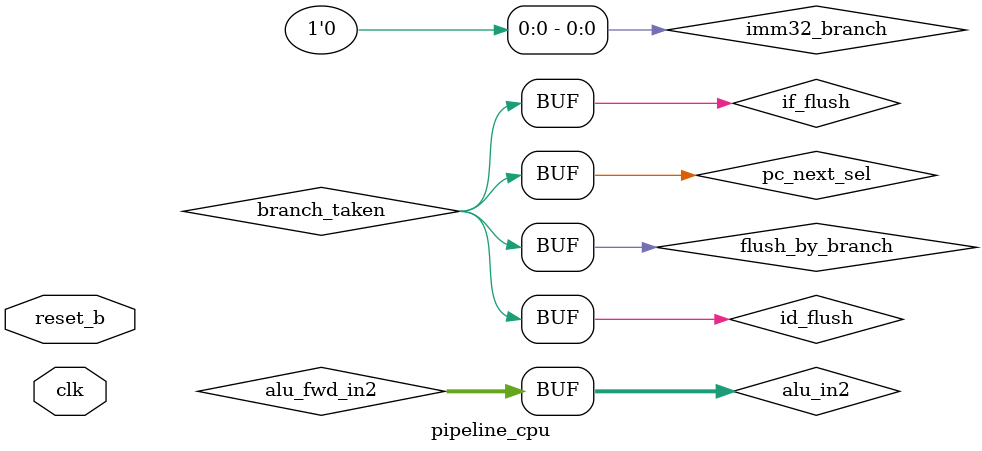
<source format=sv>
/* ********************************************
 *	COSE222 Lab #4
 *
 *	Module: pipelined_cpu.sv
 *  - Top design of the 5-stage pipelined RISC-V processor
 *  - Processor supports ld, sd, add, sub, or, and, beq, bne, blt, bge
 *
 *  Author: Gunjae Koo (gunjaekoo@korea.ac.kr)
 *
 * ********************************************
 */

`timescale 1ns/1ps

// Packed structures for pipeline registers
// COMPLETE THE PIPELINE INTERFACES USING PACKED STRUCTURES
// Pipe reg: IF/ID
typedef struct packed {
    logic   [31:0]  pc;
    logic   [31:0]  inst;
} pipe_if_id;

// Pipe reg: ID/EX
typedef struct packed {
    logic   [31:0]  pc;
    logic   [31:0]  rs1_dout;
    logic   [31:0]  rs2_dout;
    logic   [31:0]  imm32;
    logic   [2:0]   funct3;
    logic   [6:0]   funct7;
    logic   [3:0]   branch;     // branch[0] = beq, branch[1] = bne, branch[2] = blt, branch[3] = bge
    logic           alu_src;
    logic   [1:0]   alu_op;
    logic           mem_read;
    logic           mem_write;
    logic   [4:0]   rs1;
    logic   [4:0]   rs2;
    logic   [4:0]   rd;         // rd for regfile
    logic           reg_write;
    logic           mem_to_reg;
} pipe_id_ex;

// Pipe reg: EX/MEM
typedef struct packed {
    logic   [31:0]  alu_result; // for address
    logic   [31:0]  rs2_dout;   // for store
    logic           mem_read;
    logic           mem_write;
    logic   [4:0]   rd;
    logic           reg_write;
    logic           mem_to_reg;
} pipe_ex_mem;

// Pipe reg: MEM/WB
typedef struct packed {
    logic   [31:0]  alu_result;
    logic   [31:0]  dmem_dout;
    logic   [4:0]   rd;
    logic           reg_write;
    logic           mem_to_reg;
} pipe_mem_wb;

/* verilator lint_off UNUSED */
module pipeline_cpu
#(  parameter IMEM_DEPTH = 1024,    // imem depth (default: 1024 entries = 4 KB)
              IMEM_ADDR_WIDTH = 10,
              REG_WIDTH = 32,
              DMEM_DEPTH = 1024,    // dmem depth (default: 1024 entries = 8 KB)
              DMEM_ADDR_WIDTH = 10 )
(
    input           clk,            // System clock
    input           reset_b         // Asychronous negative reset
);

    // -------------------------------------------------------------------
    /* Instruction fetch stage:
     * - Accessing the instruction memory with PC
     * - Control PC udpates for pipeline stalls
     */

    // Program counter
    logic           pc_write;   // enable PC updates
    logic   [31:0]  pc_curr, pc_next;
    logic   [31:0]  pc_next_plus4, pc_next_branch;
    logic           pc_next_sel;
    logic           branch_taken;
    //logic           regfile_zero;   // zero detection from regfile, REMOVED

    assign pc_next_plus4 = pc_curr + 4;
    assign pc_next_sel = branch_taken;
    assign pc_next = (pc_next_sel) ? pc_next_branch: pc_next_plus4;

    always_ff @ (posedge clk or negedge reset_b) begin
        if (~reset_b) begin
            pc_curr <= 'b0;
        end else begin
            if (pc_write) begin
            pc_curr <= pc_next;
        end
        end
    end

    // imem
    logic   [IMEM_ADDR_WIDTH-1:0]   imem_addr;
    logic   [31:0]  inst;   // instructions = an output of ????
    
    assign imem_addr = pc_curr[IMEM_ADDR_WIDTH+1:2];

    // instantiation: instruction memory
    imem #(
        .IMEM_DEPTH         (IMEM_DEPTH),
        .IMEM_ADDR_WIDTH    (IMEM_ADDR_WIDTH)
    ) u_imem_0 (
        .addr               ( imem_addr     ),
        .dout               ( inst          )
    );
    // -------------------------------------------------------------------

    // -------------------------------------------------------------------
    /* IF/ID pipeline register
     * - Supporting pipeline stalls and flush
     */
    pipe_if_id      id;         // THINK WHY THIS IS ID...
    pipe_id_ex      ex;
    pipe_ex_mem     mem;
    pipe_mem_wb     wb;

    logic           if_flush, if_stall;

    always_ff @ (posedge clk or negedge reset_b) begin
        if (~reset_b) begin
            id <= 'b0;
        end else begin
            if (if_flush) begin
                id <= 'b0;
            end else if (~if_stall) begin
                id.pc <= pc_curr;  
                id.inst <=  inst;
            end
        end
    end
    // -------------------------------------------------------------------

    // ------------------------------------------------------------------
    /* Instruction decoder stage:
     * - Generating control signals
     * - Register file
     * - Immediate generator
     * - Hazard detection unit
     */
    
    // -------------------------------------------------------------------
    /* Main control unit:
     * Main control unit generates control signals for datapath elements
     * The control signals are determined by decoding instructions
     * Generating control signals using opcode = inst[6:0]
     */
    logic   [6:0]   opcode;
    logic   [3:0]   branch;
    logic           alu_src, mem_to_reg;
    logic   [1:0]   alu_op;
    logic           mem_read, mem_write, reg_write; // declared above
    logic   [6:0]   funct7;
    logic   [2:0]   funct3;

    assign opcode = id.inst[6:0];
    assign branch[0] = ((opcode==7'b1100011) && (funct3==3'b000)) ? 1'b1: 1'b0;
    assign branch[1] = ((opcode==7'b1100011) && (funct3==3'b001)) ? 1'b1: 1'b0;
    assign branch[2] = ((opcode==7'b1100011) && (funct3==3'b100)) ? 1'b1: 1'b0;
    assign branch[3] = ((opcode==7'b1100011) && (funct3==3'b101)) ? 1'b1: 1'b0;

    assign mem_read = (opcode==7'b0000011) ? 1'b1: 1'b0;    // ld
    assign mem_write = (opcode==7'b0100011) ? 1'b1: 1'b0;   // sd
    assign mem_to_reg = mem_read;
    assign reg_write = (opcode==7'b0110011) | (opcode==7'b0010011) | mem_read; // ld, r-type, or i-type
    // ld, sd, or i-type
    assign alu_src = ( mem_read | mem_write | (opcode==7'b0010011) ) ? 1'b1: 1'b0;   

    assign alu_op[0] = |branch;
    assign alu_op[1] = (opcode==7'b0110011) | (opcode==7'b0010011);    // r-type or i-type


    // --------------------------------------------------------------------

    // ---------------------------------------------------------------------
    /* Immediate generator:
     * Generating immediate value from inst[31:0]
     */
    logic   [31:0]  imm32;
    logic   [31:0]  imm32_branch;  // imm64 left shifted by 1

    // COMPLETE IMMEDIATE GENERATOR HERE
    logic   [11:0]  imm12;

    assign imm12 = (|branch) ? {inst[31], inst[7], inst[30:25], inst[11:8]}: 
                ( (mem_write) ? {inst[31:25], inst[11:7]}: inst[31:20] );
    assign imm32 = { {20{imm12[11]}}, imm12 };
    assign imm32_branch = {imm32[30:0], 1'b0}; // << 1 for branch

    // Computing branch target
    assign pc_next_branch =  pc_curr + imm32_branch;

    // ----------------------------------------------------------------------

    // ----------------------------------------------------------------------
    /* Hazard detection unit
     * - Detecting data hazards from load instrcutions
     * - Detecting control hazards from taken branches
     */
    logic   [4:0]   rs1, rs2;

    logic           stall_by_load_use;
    logic           flush_by_branch;
    
    logic           id_stall, id_flush;


    assign stall_by_load_use = ex.mem_read && ((ex.rd == rs1) || (ex.rd == rs2));
    assign flush_by_branch = branch_taken; 
  
    assign id_flush =  flush_by_branch;
    assign id_stall = stall_by_load_use;
	
    assign if_flush =  flush_by_branch;
    assign if_stall =  stall_by_load_use;
    assign pc_write =  stall_by_load_use;

    // ----------------------------------------------------------------------


    // regfile/
    logic   [4:0]   rd;    // register numbers
    logic   [REG_WIDTH-1:0] rd_din;
    logic   [REG_WIDTH-1:0] rs1_dout, rs2_dout;
    
    assign rs1 = inst[19:15];
    assign rs2 = inst[24:20];
    assign rd = inst[11:7];
    // rd, rd_din, and reg_write will be determined in WB stage
    
    // instnatiation of register file
    regfile #(
        .REG_WIDTH          (REG_WIDTH)
    ) u_regfile_0 (
        //From ID stage
        .clk                (clk),
        .rs1                (rs1),
        .rs2                (rs2),
        //From WB stage
        .rd                 (wb.rd),
        .reg_write          (wb.reg_write),
        .rd_din             (rd_din),
        //For EX stage
        .rs1_dout           (rs1_dout),
        .rs2_dout           (rs2_dout)
    );

    //assign regfile_zero = ~|(rs1_dout ^ rs2_dout);

    assign funct7 = inst[31:25];
    assign funct3 = inst[14:12];

    // ------------------------------------------------------------------

    // -------------------------------------------------------------------
    /* ID/EX pipeline register
     * - Supporting pipeline stalls
     */
    //pipe_id_ex      ex;         // THINK WHY THIS IS EX...

    always_ff @ (posedge clk or negedge reset_b) begin
        if (~reset_b) begin
            ex <= 'b0;
        end else begin
            if (id_flush) begin
                ex <= 'b0;
            end
            else if (~id_stall) begin
                ex.pc <= id.pc;
                ex.rs1_dout <= rs1_dout;
                ex.rs2_dout <= rs2_dout;
                ex.imm32 <= imm32;
                ex.funct3 <= funct3;
                ex.funct7 <= funct7;
                //control signal
                ex.branch <= branch;
                ex.alu_src <= alu_src;
                ex.alu_op <= alu_op;
                ex.mem_read <= mem_read;
                ex.mem_write <= mem_write;
                ex.rs1 <= rs1;
                ex.rs2 <= rs2;
                ex.reg_write <= reg_write;
                ex.mem_to_reg <= mem_to_reg;
            end
        end
    end

    // ------------------------------------------------------------------

    // ------------------------------------------------------------------
    /* Excution stage:
     * - ALU & ALU control
     * - Data forwarding unit
     */


     

    // --------------------------------------------------------------------
    /* ALU control unit:
     * ALU control unit generate alu_control signal which selects ALU operations
     * Generating control signals using alu_op, funct7, and funct3 fileds
     */

    logic   [3:0]   alu_control;    // ALU control signal

    // COMPLETE ALU CONTROL UNIT

    // COMPLETE THE ALU CONTROL UNIT HERE

    always_comb begin
        if (alu_op[1]) begin
            case (ex.funct3)
                3'b111: alu_control = 4'b0000;
                3'b110: alu_control = 4'b0001;
                3'b100: alu_control = 4'b0011;
                default: alu_control = (funct7[5]) ? 4'b0110: 4'b0010;
            endcase
        end else begin
            alu_control = (alu_op[0]) ? 4'b0110: 4'b0010;
        end
    end

    // ---------------------------------------------------------------------

    // ----------------------------------------------------------------------
    /* Forwarding unit:
     * - Forwarding from EX/MEM and MEM/WB
     */
    logic   [1:0]   forward_a, forward_b;
    logic   [REG_WIDTH-1:0]  alu_fwd_in1, alu_fwd_in2;   // outputs of forward MUXes

	/* verilator lint_off CASEX */
   // COMPLETE FORWARDING MUXES
    assign alu_fwd_in1 = |forward_a ? (forward_a[1] ? mem.alu_result : rd_din) : rs1_dout;
    assign alu_fwd_in2 = |forward_b ? (forward_b[1] ? mem.alu_result : rd_din) : rs2_dout;
  
  
	/* verilator lint_on CASEX */

	// COMPLETE THE FORWARDING UNIT
    // Need to prioritize forwarding conditions

    //MEM hazard
    assign forward_a[0] = (wb.reg_write && (wb.rd != 0) && (wb.rd == ex.rs2)) ? 1'b1 : 1'b0;
    assign forward_b[0] = (wb.reg_write && (wb.rd != 0) && (wb.rd == ex.rs2)) ? 1'b1 : 1'b0;

    //EX hazard (If MEM and EX hazard generate at once, then ignore the MEM hazard signal)
    assign forward_a[1] = (mem.reg_write && (mem.rd != 0) && (mem.rd == ex.rs1)) ? 1'b1 : 1'b0;
    assign forward_b[1] = (mem.reg_write && (mem.rd != 0) && (mem.rd == ex.rs2)) ? 1'b1 : 1'b0;

    // -----------------------------------------------------------------------

    // ALU
    logic   [REG_WIDTH-1:0] alu_in1, alu_in2;
    logic   [REG_WIDTH-1:0] alu_result;
    //logic           alu_zero;   // will not be used

    assign alu_in1 = alu_fwd_in1;
    assign alu_in2 = alu_fwd_in2;

    // instantiation: ALU
    alu #(
        .REG_WIDTH          (REG_WIDTH)
    ) u_alu_0 (
        .in1                (alu_in1),
        .in2                (alu_in2),
        .alu_control        (alu_control),
        .result             (alu_result)
        //.zero               (alu_zero),	// REMOVED
		//.sign				(alu_sign)		// REMOVED
    );

    // branch unit (BU)
    logic   [REG_WIDTH-1:0] sub_for_branch;
    logic           bu_zero, bu_sign;
    //logic           branch_taken;

    assign sub_for_branch = alu_in1 - alu_in2; 
    assign bu_zero =  |sub_for_branch;
    assign bu_sign = sub_for_branch[REG_WIDTH-2];
    assign branch_taken = (branch[0] & bu_zero) | (branch[1] & ~bu_zero) 
    | (branch[2] & bu_sign) | (branch[3] & ~bu_sign);

    // -------------------------------------------------------------------------
    /* Ex/MEM pipeline register
     */
    //pipe_ex_mem     mem;

    always_ff @ (posedge clk or negedge reset_b) begin
        if (~reset_b) begin
            mem <= 'b0;
        end else begin
            mem.alu_result <= alu_result;
            mem.rs2_dout <= ex.rs2_dout;
            mem.mem_read <= ex.mem_read;
            mem.mem_write <= ex.mem_write;
            mem.rd <= ex.rd;
            mem.reg_write <= ex.reg_write;
            mem.mem_to_reg <= ex.mem_to_reg;
        end
    end


    // --------------------------------------------------------------------------
    /* Memory stage
     * - Data memory accesses
     */

    // dmem
    logic   [DMEM_ADDR_WIDTH-1:0]    dmem_addr;
    logic   [31:0]  dmem_din, dmem_dout;

    assign dmem_addr = mem.alu_result[DMEM_ADDR_WIDTH-1:0];

    assign dmem_din =  mem.rs2_dout;
    
    // instantiation: data memory
    dmem #(
        .DMEM_DEPTH         (DMEM_DEPTH),
        .DMEM_ADDR_WIDTH    (DMEM_ADDR_WIDTH)
    ) u_dmem_0 (
        .clk                (clk),
        .addr               (dmem_addr),
        .din                (dmem_din),
        .mem_read           (mem.mem_read),
        .mem_write          (mem.mem_write),
        .dout               (dmem_dout)
    );


    // -----------------------------------------------------------------------
    /* MEM/WB pipeline register
     */

    //pipe_mem_wb         wb;

    always_ff @ (posedge clk or negedge reset_b) begin
        if (~reset_b) begin
            wb <= 'b0;
        end else begin
             /* FILL THIS */ 
            wb.alu_result <= mem.alu_result;
            wb.dmem_dout <= dmem_dout;
            wb.rd <= mem.rd;
            wb.reg_write <= mem.reg_write;
            wb.mem_to_reg <= mem.mem_to_reg;
        end
    end

    // ----------------------------------------------------------------------
    /* Writeback stage
     * - Write results to regsiter file
     */
    
    assign rd_din = mem_to_reg ? wb.dmem_dout : wb.alu_result;  

endmodule

</source>
